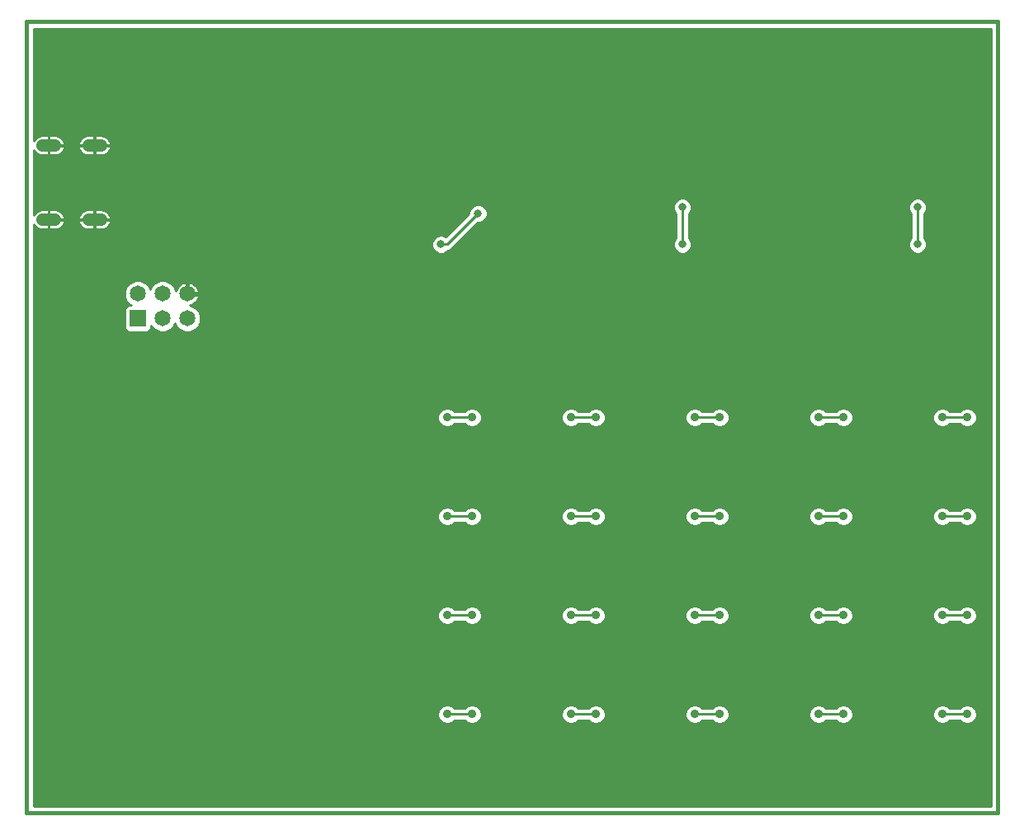
<source format=gbl>
G75*
%MOIN*%
%OFA0B0*%
%FSLAX25Y25*%
%IPPOS*%
%LPD*%
%AMOC8*
5,1,8,0,0,1.08239X$1,22.5*
%
%ADD10C,0.01600*%
%ADD11R,0.06500X0.06500*%
%ADD12C,0.06500*%
%ADD13C,0.05000*%
%ADD14C,0.01000*%
%ADD15C,0.03562*%
%ADD16C,0.03169*%
D10*
X0030744Y0008834D02*
X0030744Y0328834D01*
X0423244Y0328834D01*
X0423244Y0008834D01*
X0030744Y0008834D01*
X0068244Y0278834D02*
X0068244Y0279334D01*
D11*
X0075744Y0208834D03*
D12*
X0085744Y0208834D03*
X0095744Y0208834D03*
X0095744Y0218834D03*
X0085744Y0218834D03*
X0075744Y0218834D03*
D13*
X0060744Y0248834D02*
X0055744Y0248834D01*
X0042244Y0248834D02*
X0037244Y0248834D01*
X0037244Y0278834D02*
X0042244Y0278834D01*
X0055744Y0278834D02*
X0060744Y0278834D01*
D14*
X0058369Y0278709D02*
X0058369Y0278959D01*
X0064744Y0278959D01*
X0064744Y0279228D01*
X0064590Y0280001D01*
X0064289Y0280729D01*
X0063851Y0281384D01*
X0063294Y0281941D01*
X0062639Y0282379D01*
X0061911Y0282681D01*
X0061138Y0282834D01*
X0058369Y0282834D01*
X0058369Y0278959D01*
X0058119Y0278959D01*
X0058119Y0278709D01*
X0058369Y0278709D01*
X0058369Y0274834D01*
X0061138Y0274834D01*
X0061911Y0274988D01*
X0062639Y0275290D01*
X0063294Y0275727D01*
X0063851Y0276285D01*
X0064289Y0276940D01*
X0064590Y0277668D01*
X0064744Y0278440D01*
X0064744Y0278709D01*
X0058369Y0278709D01*
X0058119Y0278709D02*
X0058119Y0274834D01*
X0055350Y0274834D01*
X0054577Y0274988D01*
X0053849Y0275290D01*
X0053194Y0275727D01*
X0052637Y0276285D01*
X0052199Y0276940D01*
X0051898Y0277668D01*
X0051744Y0278440D01*
X0051744Y0278709D01*
X0058119Y0278709D01*
X0058119Y0278959D02*
X0051744Y0278959D01*
X0051744Y0279228D01*
X0051898Y0280001D01*
X0052199Y0280729D01*
X0052637Y0281384D01*
X0053194Y0281941D01*
X0053849Y0282379D01*
X0054577Y0282681D01*
X0055350Y0282834D01*
X0058119Y0282834D01*
X0058119Y0278959D01*
X0058119Y0279431D02*
X0058369Y0279431D01*
X0058369Y0280429D02*
X0058119Y0280429D01*
X0058119Y0281428D02*
X0058369Y0281428D01*
X0058369Y0282426D02*
X0058119Y0282426D01*
X0058119Y0278432D02*
X0058369Y0278432D01*
X0058369Y0277434D02*
X0058119Y0277434D01*
X0058119Y0276435D02*
X0058369Y0276435D01*
X0058369Y0275437D02*
X0058119Y0275437D01*
X0053629Y0275437D02*
X0044359Y0275437D01*
X0044139Y0275290D02*
X0044794Y0275727D01*
X0045351Y0276285D01*
X0045789Y0276940D01*
X0046090Y0277668D01*
X0046244Y0278440D01*
X0046244Y0278709D01*
X0039869Y0278709D01*
X0039869Y0274834D01*
X0042638Y0274834D01*
X0043411Y0274988D01*
X0044139Y0275290D01*
X0045452Y0276435D02*
X0052536Y0276435D01*
X0051994Y0277434D02*
X0045993Y0277434D01*
X0046242Y0278432D02*
X0051746Y0278432D01*
X0051784Y0279431D02*
X0046204Y0279431D01*
X0046244Y0279228D02*
X0046090Y0280001D01*
X0045789Y0280729D01*
X0045351Y0281384D01*
X0044794Y0281941D01*
X0044139Y0282379D01*
X0043411Y0282681D01*
X0042638Y0282834D01*
X0039869Y0282834D01*
X0039869Y0278959D01*
X0046244Y0278959D01*
X0046244Y0279228D01*
X0045913Y0280429D02*
X0052075Y0280429D01*
X0052681Y0281428D02*
X0045307Y0281428D01*
X0044024Y0282426D02*
X0053964Y0282426D01*
X0062524Y0282426D02*
X0420344Y0282426D01*
X0420344Y0281428D02*
X0063807Y0281428D01*
X0064413Y0280429D02*
X0420344Y0280429D01*
X0420344Y0279431D02*
X0064704Y0279431D01*
X0064742Y0278432D02*
X0420344Y0278432D01*
X0420344Y0277434D02*
X0064493Y0277434D01*
X0063952Y0276435D02*
X0420344Y0276435D01*
X0420344Y0275437D02*
X0062859Y0275437D01*
X0039869Y0275437D02*
X0039619Y0275437D01*
X0039619Y0274834D02*
X0039619Y0278709D01*
X0039869Y0278709D01*
X0039869Y0278959D01*
X0039619Y0278959D01*
X0039619Y0282834D01*
X0036850Y0282834D01*
X0036077Y0282681D01*
X0035349Y0282379D01*
X0034694Y0281941D01*
X0034137Y0281384D01*
X0033699Y0280729D01*
X0033644Y0280596D01*
X0033644Y0325934D01*
X0420344Y0325934D01*
X0420344Y0011734D01*
X0033644Y0011734D01*
X0033644Y0247073D01*
X0033699Y0246940D01*
X0034137Y0246285D01*
X0034694Y0245727D01*
X0035349Y0245290D01*
X0036077Y0244988D01*
X0036850Y0244834D01*
X0039619Y0244834D01*
X0039619Y0248709D01*
X0039869Y0248709D01*
X0039869Y0244834D01*
X0042638Y0244834D01*
X0043411Y0244988D01*
X0044139Y0245290D01*
X0044794Y0245727D01*
X0045351Y0246285D01*
X0045789Y0246940D01*
X0046090Y0247668D01*
X0046244Y0248440D01*
X0046244Y0248709D01*
X0039869Y0248709D01*
X0039869Y0248959D01*
X0046244Y0248959D01*
X0046244Y0249228D01*
X0046090Y0250001D01*
X0045789Y0250729D01*
X0045351Y0251384D01*
X0044794Y0251941D01*
X0044139Y0252379D01*
X0043411Y0252681D01*
X0042638Y0252834D01*
X0039869Y0252834D01*
X0039869Y0248959D01*
X0039619Y0248959D01*
X0039619Y0252834D01*
X0036850Y0252834D01*
X0036077Y0252681D01*
X0035349Y0252379D01*
X0034694Y0251941D01*
X0034137Y0251384D01*
X0033699Y0250729D01*
X0033644Y0250596D01*
X0033644Y0277073D01*
X0033699Y0276940D01*
X0034137Y0276285D01*
X0034694Y0275727D01*
X0035349Y0275290D01*
X0036077Y0274988D01*
X0036850Y0274834D01*
X0039619Y0274834D01*
X0039619Y0276435D02*
X0039869Y0276435D01*
X0039869Y0277434D02*
X0039619Y0277434D01*
X0039619Y0278432D02*
X0039869Y0278432D01*
X0039869Y0279431D02*
X0039619Y0279431D01*
X0039619Y0280429D02*
X0039869Y0280429D01*
X0039869Y0281428D02*
X0039619Y0281428D01*
X0039619Y0282426D02*
X0039869Y0282426D01*
X0035464Y0282426D02*
X0033644Y0282426D01*
X0033644Y0281428D02*
X0034181Y0281428D01*
X0033644Y0283425D02*
X0420344Y0283425D01*
X0420344Y0284423D02*
X0033644Y0284423D01*
X0033644Y0285422D02*
X0420344Y0285422D01*
X0420344Y0286421D02*
X0033644Y0286421D01*
X0033644Y0287419D02*
X0420344Y0287419D01*
X0420344Y0288418D02*
X0033644Y0288418D01*
X0033644Y0289416D02*
X0420344Y0289416D01*
X0420344Y0290415D02*
X0033644Y0290415D01*
X0033644Y0291413D02*
X0420344Y0291413D01*
X0420344Y0292412D02*
X0033644Y0292412D01*
X0033644Y0293410D02*
X0420344Y0293410D01*
X0420344Y0294409D02*
X0033644Y0294409D01*
X0033644Y0295407D02*
X0420344Y0295407D01*
X0420344Y0296406D02*
X0033644Y0296406D01*
X0033644Y0297404D02*
X0420344Y0297404D01*
X0420344Y0298403D02*
X0033644Y0298403D01*
X0033644Y0299401D02*
X0420344Y0299401D01*
X0420344Y0300400D02*
X0033644Y0300400D01*
X0033644Y0301398D02*
X0420344Y0301398D01*
X0420344Y0302397D02*
X0033644Y0302397D01*
X0033644Y0303395D02*
X0420344Y0303395D01*
X0420344Y0304394D02*
X0033644Y0304394D01*
X0033644Y0305392D02*
X0420344Y0305392D01*
X0420344Y0306391D02*
X0033644Y0306391D01*
X0033644Y0307389D02*
X0420344Y0307389D01*
X0420344Y0308388D02*
X0033644Y0308388D01*
X0033644Y0309386D02*
X0420344Y0309386D01*
X0420344Y0310385D02*
X0033644Y0310385D01*
X0033644Y0311383D02*
X0420344Y0311383D01*
X0420344Y0312382D02*
X0033644Y0312382D01*
X0033644Y0313380D02*
X0420344Y0313380D01*
X0420344Y0314379D02*
X0033644Y0314379D01*
X0033644Y0315377D02*
X0420344Y0315377D01*
X0420344Y0316376D02*
X0033644Y0316376D01*
X0033644Y0317374D02*
X0420344Y0317374D01*
X0420344Y0318373D02*
X0033644Y0318373D01*
X0033644Y0319371D02*
X0420344Y0319371D01*
X0420344Y0320370D02*
X0033644Y0320370D01*
X0033644Y0321368D02*
X0420344Y0321368D01*
X0420344Y0322367D02*
X0033644Y0322367D01*
X0033644Y0323365D02*
X0420344Y0323365D01*
X0420344Y0324364D02*
X0033644Y0324364D01*
X0033644Y0325362D02*
X0420344Y0325362D01*
X0420344Y0274438D02*
X0033644Y0274438D01*
X0033644Y0273440D02*
X0420344Y0273440D01*
X0420344Y0272441D02*
X0033644Y0272441D01*
X0033644Y0271443D02*
X0420344Y0271443D01*
X0420344Y0270444D02*
X0033644Y0270444D01*
X0033644Y0269446D02*
X0420344Y0269446D01*
X0420344Y0268447D02*
X0033644Y0268447D01*
X0033644Y0267449D02*
X0420344Y0267449D01*
X0420344Y0266450D02*
X0033644Y0266450D01*
X0033644Y0265452D02*
X0420344Y0265452D01*
X0420344Y0264453D02*
X0033644Y0264453D01*
X0033644Y0263455D02*
X0420344Y0263455D01*
X0420344Y0262456D02*
X0033644Y0262456D01*
X0033644Y0261458D02*
X0420344Y0261458D01*
X0420344Y0260459D02*
X0033644Y0260459D01*
X0033644Y0259461D02*
X0420344Y0259461D01*
X0420344Y0258462D02*
X0033644Y0258462D01*
X0033644Y0257464D02*
X0294878Y0257464D01*
X0295011Y0257519D02*
X0293657Y0256958D01*
X0292621Y0255921D01*
X0292060Y0254567D01*
X0292060Y0253102D01*
X0292621Y0251747D01*
X0293144Y0251224D01*
X0293144Y0241445D01*
X0292621Y0240921D01*
X0292060Y0239567D01*
X0292060Y0238102D01*
X0292621Y0236747D01*
X0293657Y0235711D01*
X0295011Y0235150D01*
X0296477Y0235150D01*
X0297831Y0235711D01*
X0298867Y0236747D01*
X0299428Y0238102D01*
X0299428Y0239567D01*
X0298867Y0240921D01*
X0298344Y0241445D01*
X0298344Y0251224D01*
X0298867Y0251747D01*
X0299428Y0253102D01*
X0299428Y0254567D01*
X0298867Y0255921D01*
X0297831Y0256958D01*
X0296477Y0257519D01*
X0295011Y0257519D01*
X0296609Y0257464D02*
X0389878Y0257464D01*
X0390011Y0257519D02*
X0388657Y0256958D01*
X0387621Y0255921D01*
X0387060Y0254567D01*
X0387060Y0253102D01*
X0387621Y0251747D01*
X0388144Y0251224D01*
X0388144Y0241445D01*
X0387621Y0240921D01*
X0387060Y0239567D01*
X0387060Y0238102D01*
X0387621Y0236747D01*
X0388657Y0235711D01*
X0390011Y0235150D01*
X0391477Y0235150D01*
X0392831Y0235711D01*
X0393867Y0236747D01*
X0394428Y0238102D01*
X0394428Y0239567D01*
X0393867Y0240921D01*
X0393344Y0241445D01*
X0393344Y0251224D01*
X0393867Y0251747D01*
X0394428Y0253102D01*
X0394428Y0254567D01*
X0393867Y0255921D01*
X0392831Y0256958D01*
X0391477Y0257519D01*
X0390011Y0257519D01*
X0391609Y0257464D02*
X0420344Y0257464D01*
X0420344Y0256465D02*
X0393323Y0256465D01*
X0394056Y0255467D02*
X0420344Y0255467D01*
X0420344Y0254468D02*
X0394428Y0254468D01*
X0394428Y0253470D02*
X0420344Y0253470D01*
X0420344Y0252471D02*
X0394167Y0252471D01*
X0393593Y0251473D02*
X0420344Y0251473D01*
X0420344Y0250474D02*
X0393344Y0250474D01*
X0393344Y0249476D02*
X0420344Y0249476D01*
X0420344Y0248477D02*
X0393344Y0248477D01*
X0393344Y0247479D02*
X0420344Y0247479D01*
X0420344Y0246480D02*
X0393344Y0246480D01*
X0393344Y0245482D02*
X0420344Y0245482D01*
X0420344Y0244483D02*
X0393344Y0244483D01*
X0393344Y0243485D02*
X0420344Y0243485D01*
X0420344Y0242486D02*
X0393344Y0242486D01*
X0393344Y0241487D02*
X0420344Y0241487D01*
X0420344Y0240489D02*
X0394046Y0240489D01*
X0394428Y0239490D02*
X0420344Y0239490D01*
X0420344Y0238492D02*
X0394428Y0238492D01*
X0394176Y0237493D02*
X0420344Y0237493D01*
X0420344Y0236495D02*
X0393615Y0236495D01*
X0392313Y0235496D02*
X0420344Y0235496D01*
X0420344Y0234498D02*
X0033644Y0234498D01*
X0033644Y0235496D02*
X0196675Y0235496D01*
X0196157Y0235711D02*
X0197511Y0235150D01*
X0198977Y0235150D01*
X0200331Y0235711D01*
X0200854Y0236234D01*
X0201261Y0236234D01*
X0202217Y0236630D01*
X0213237Y0247650D01*
X0213977Y0247650D01*
X0215331Y0248211D01*
X0216367Y0249247D01*
X0216928Y0250602D01*
X0216928Y0252067D01*
X0216367Y0253421D01*
X0215331Y0254458D01*
X0213977Y0255019D01*
X0212511Y0255019D01*
X0211157Y0254458D01*
X0210121Y0253421D01*
X0209560Y0252067D01*
X0209560Y0251327D01*
X0200232Y0241999D01*
X0198977Y0242519D01*
X0197511Y0242519D01*
X0196157Y0241958D01*
X0195121Y0240921D01*
X0194560Y0239567D01*
X0194560Y0238102D01*
X0195121Y0236747D01*
X0196157Y0235711D01*
X0195373Y0236495D02*
X0033644Y0236495D01*
X0033644Y0237493D02*
X0194812Y0237493D01*
X0194560Y0238492D02*
X0033644Y0238492D01*
X0033644Y0239490D02*
X0194560Y0239490D01*
X0194941Y0240489D02*
X0033644Y0240489D01*
X0033644Y0241487D02*
X0195687Y0241487D01*
X0197432Y0242486D02*
X0033644Y0242486D01*
X0033644Y0243485D02*
X0201717Y0243485D01*
X0202716Y0244483D02*
X0033644Y0244483D01*
X0033644Y0245482D02*
X0035062Y0245482D01*
X0034006Y0246480D02*
X0033644Y0246480D01*
X0039619Y0246480D02*
X0039869Y0246480D01*
X0039869Y0245482D02*
X0039619Y0245482D01*
X0039619Y0247479D02*
X0039869Y0247479D01*
X0039869Y0248477D02*
X0039619Y0248477D01*
X0039619Y0249476D02*
X0039869Y0249476D01*
X0039869Y0250474D02*
X0039619Y0250474D01*
X0039619Y0251473D02*
X0039869Y0251473D01*
X0039869Y0252471D02*
X0039619Y0252471D01*
X0035571Y0252471D02*
X0033644Y0252471D01*
X0033644Y0251473D02*
X0034225Y0251473D01*
X0033644Y0253470D02*
X0210169Y0253470D01*
X0209727Y0252471D02*
X0062416Y0252471D01*
X0062639Y0252379D02*
X0061911Y0252681D01*
X0061138Y0252834D01*
X0058369Y0252834D01*
X0058369Y0248959D01*
X0064744Y0248959D01*
X0064744Y0249228D01*
X0064590Y0250001D01*
X0064289Y0250729D01*
X0063851Y0251384D01*
X0063294Y0251941D01*
X0062639Y0252379D01*
X0063763Y0251473D02*
X0209560Y0251473D01*
X0208707Y0250474D02*
X0064394Y0250474D01*
X0064695Y0249476D02*
X0207708Y0249476D01*
X0206710Y0248477D02*
X0064744Y0248477D01*
X0064744Y0248440D02*
X0064744Y0248709D01*
X0058369Y0248709D01*
X0058369Y0244834D01*
X0061138Y0244834D01*
X0061911Y0244988D01*
X0062639Y0245290D01*
X0063294Y0245727D01*
X0063851Y0246285D01*
X0064289Y0246940D01*
X0064590Y0247668D01*
X0064744Y0248440D01*
X0064512Y0247479D02*
X0205711Y0247479D01*
X0204713Y0246480D02*
X0063982Y0246480D01*
X0062926Y0245482D02*
X0203714Y0245482D01*
X0200719Y0242486D02*
X0199055Y0242486D01*
X0198244Y0238834D02*
X0200744Y0238834D01*
X0213244Y0251334D01*
X0216928Y0251473D02*
X0292895Y0251473D01*
X0293144Y0250474D02*
X0216875Y0250474D01*
X0216462Y0249476D02*
X0293144Y0249476D01*
X0293144Y0248477D02*
X0215597Y0248477D01*
X0213065Y0247479D02*
X0293144Y0247479D01*
X0293144Y0246480D02*
X0212067Y0246480D01*
X0211068Y0245482D02*
X0293144Y0245482D01*
X0293144Y0244483D02*
X0210070Y0244483D01*
X0209071Y0243485D02*
X0293144Y0243485D01*
X0293144Y0242486D02*
X0208073Y0242486D01*
X0207074Y0241487D02*
X0293144Y0241487D01*
X0292441Y0240489D02*
X0206076Y0240489D01*
X0205077Y0239490D02*
X0292060Y0239490D01*
X0292060Y0238492D02*
X0204078Y0238492D01*
X0203080Y0237493D02*
X0292312Y0237493D01*
X0292873Y0236495D02*
X0201890Y0236495D01*
X0199813Y0235496D02*
X0294175Y0235496D01*
X0297313Y0235496D02*
X0389175Y0235496D01*
X0387873Y0236495D02*
X0298615Y0236495D01*
X0299176Y0237493D02*
X0387312Y0237493D01*
X0387060Y0238492D02*
X0299428Y0238492D01*
X0299428Y0239490D02*
X0387060Y0239490D01*
X0387441Y0240489D02*
X0299046Y0240489D01*
X0298344Y0241487D02*
X0388144Y0241487D01*
X0388144Y0242486D02*
X0298344Y0242486D01*
X0298344Y0243485D02*
X0388144Y0243485D01*
X0388144Y0244483D02*
X0298344Y0244483D01*
X0298344Y0245482D02*
X0388144Y0245482D01*
X0388144Y0246480D02*
X0298344Y0246480D01*
X0298344Y0247479D02*
X0388144Y0247479D01*
X0388144Y0248477D02*
X0298344Y0248477D01*
X0298344Y0249476D02*
X0388144Y0249476D01*
X0388144Y0250474D02*
X0298344Y0250474D01*
X0298593Y0251473D02*
X0387895Y0251473D01*
X0387321Y0252471D02*
X0299167Y0252471D01*
X0299428Y0253470D02*
X0387060Y0253470D01*
X0387060Y0254468D02*
X0299428Y0254468D01*
X0299056Y0255467D02*
X0387432Y0255467D01*
X0388164Y0256465D02*
X0298323Y0256465D01*
X0295744Y0253834D02*
X0295744Y0238834D01*
X0292321Y0252471D02*
X0216761Y0252471D01*
X0216319Y0253470D02*
X0292060Y0253470D01*
X0292060Y0254468D02*
X0215306Y0254468D01*
X0211182Y0254468D02*
X0033644Y0254468D01*
X0033644Y0255467D02*
X0292432Y0255467D01*
X0293164Y0256465D02*
X0033644Y0256465D01*
X0043916Y0252471D02*
X0054071Y0252471D01*
X0053849Y0252379D02*
X0053194Y0251941D01*
X0052637Y0251384D01*
X0052199Y0250729D01*
X0051898Y0250001D01*
X0051744Y0249228D01*
X0051744Y0248959D01*
X0058119Y0248959D01*
X0058119Y0248709D01*
X0058369Y0248709D01*
X0058369Y0248959D01*
X0058119Y0248959D01*
X0058119Y0252834D01*
X0055350Y0252834D01*
X0054577Y0252681D01*
X0053849Y0252379D01*
X0052725Y0251473D02*
X0045263Y0251473D01*
X0045894Y0250474D02*
X0052094Y0250474D01*
X0051793Y0249476D02*
X0046195Y0249476D01*
X0046244Y0248477D02*
X0051744Y0248477D01*
X0051744Y0248440D02*
X0051898Y0247668D01*
X0052199Y0246940D01*
X0052637Y0246285D01*
X0053194Y0245727D01*
X0053849Y0245290D01*
X0054577Y0244988D01*
X0055350Y0244834D01*
X0058119Y0244834D01*
X0058119Y0248709D01*
X0051744Y0248709D01*
X0051744Y0248440D01*
X0051976Y0247479D02*
X0046012Y0247479D01*
X0045482Y0246480D02*
X0052506Y0246480D01*
X0053562Y0245482D02*
X0044426Y0245482D01*
X0058119Y0245482D02*
X0058369Y0245482D01*
X0058369Y0246480D02*
X0058119Y0246480D01*
X0058119Y0247479D02*
X0058369Y0247479D01*
X0058369Y0248477D02*
X0058119Y0248477D01*
X0058119Y0249476D02*
X0058369Y0249476D01*
X0058369Y0250474D02*
X0058119Y0250474D01*
X0058119Y0251473D02*
X0058369Y0251473D01*
X0058369Y0252471D02*
X0058119Y0252471D01*
X0033644Y0233499D02*
X0420344Y0233499D01*
X0420344Y0232501D02*
X0033644Y0232501D01*
X0033644Y0231502D02*
X0420344Y0231502D01*
X0420344Y0230504D02*
X0033644Y0230504D01*
X0033644Y0229505D02*
X0420344Y0229505D01*
X0420344Y0228507D02*
X0033644Y0228507D01*
X0033644Y0227508D02*
X0420344Y0227508D01*
X0420344Y0226510D02*
X0033644Y0226510D01*
X0033644Y0225511D02*
X0420344Y0225511D01*
X0420344Y0224513D02*
X0033644Y0224513D01*
X0033644Y0223514D02*
X0073062Y0223514D01*
X0072713Y0223370D02*
X0071208Y0221865D01*
X0070394Y0219899D01*
X0070394Y0217770D01*
X0071208Y0215804D01*
X0072713Y0214299D01*
X0072990Y0214184D01*
X0071624Y0214184D01*
X0070394Y0212954D01*
X0070394Y0204715D01*
X0071624Y0203484D01*
X0079864Y0203484D01*
X0081094Y0204715D01*
X0081094Y0206080D01*
X0081208Y0205804D01*
X0082713Y0204299D01*
X0084680Y0203484D01*
X0086808Y0203484D01*
X0088774Y0204299D01*
X0090279Y0205804D01*
X0090744Y0206925D01*
X0091208Y0205804D01*
X0092713Y0204299D01*
X0094680Y0203484D01*
X0096808Y0203484D01*
X0098774Y0204299D01*
X0100279Y0205804D01*
X0101094Y0207770D01*
X0101094Y0209899D01*
X0100279Y0211865D01*
X0098774Y0213370D01*
X0096808Y0214184D01*
X0096749Y0214184D01*
X0096856Y0214201D01*
X0097567Y0214432D01*
X0098233Y0214772D01*
X0098838Y0215211D01*
X0099367Y0215740D01*
X0099806Y0216345D01*
X0100146Y0217011D01*
X0100377Y0217722D01*
X0100494Y0218459D01*
X0096119Y0218459D01*
X0096119Y0219209D01*
X0100494Y0219209D01*
X0100377Y0219947D01*
X0100146Y0220658D01*
X0099806Y0221324D01*
X0099367Y0221929D01*
X0098838Y0222457D01*
X0098233Y0222897D01*
X0097567Y0223236D01*
X0096856Y0223467D01*
X0096119Y0223584D01*
X0096119Y0219209D01*
X0095369Y0219209D01*
X0095369Y0223584D01*
X0094632Y0223467D01*
X0093921Y0223236D01*
X0093254Y0222897D01*
X0092650Y0222457D01*
X0092121Y0221929D01*
X0091681Y0221324D01*
X0091342Y0220658D01*
X0091111Y0219947D01*
X0091094Y0219839D01*
X0091094Y0219899D01*
X0090279Y0221865D01*
X0088774Y0223370D01*
X0086808Y0224184D01*
X0084680Y0224184D01*
X0082713Y0223370D01*
X0081208Y0221865D01*
X0080744Y0220743D01*
X0080279Y0221865D01*
X0078774Y0223370D01*
X0076808Y0224184D01*
X0074680Y0224184D01*
X0072713Y0223370D01*
X0071859Y0222516D02*
X0033644Y0222516D01*
X0033644Y0221517D02*
X0071064Y0221517D01*
X0070651Y0220519D02*
X0033644Y0220519D01*
X0033644Y0219520D02*
X0070394Y0219520D01*
X0070394Y0218522D02*
X0033644Y0218522D01*
X0033644Y0217523D02*
X0070496Y0217523D01*
X0070910Y0216525D02*
X0033644Y0216525D01*
X0033644Y0215526D02*
X0071486Y0215526D01*
X0072485Y0214528D02*
X0033644Y0214528D01*
X0033644Y0213529D02*
X0070969Y0213529D01*
X0070394Y0212531D02*
X0033644Y0212531D01*
X0033644Y0211532D02*
X0070394Y0211532D01*
X0070394Y0210534D02*
X0033644Y0210534D01*
X0033644Y0209535D02*
X0070394Y0209535D01*
X0070394Y0208537D02*
X0033644Y0208537D01*
X0033644Y0207538D02*
X0070394Y0207538D01*
X0070394Y0206540D02*
X0033644Y0206540D01*
X0033644Y0205541D02*
X0070394Y0205541D01*
X0070566Y0204543D02*
X0033644Y0204543D01*
X0033644Y0203544D02*
X0071564Y0203544D01*
X0079923Y0203544D02*
X0084536Y0203544D01*
X0082470Y0204543D02*
X0080922Y0204543D01*
X0081094Y0205541D02*
X0081471Y0205541D01*
X0086952Y0203544D02*
X0094536Y0203544D01*
X0092470Y0204543D02*
X0089018Y0204543D01*
X0090017Y0205541D02*
X0091471Y0205541D01*
X0090904Y0206540D02*
X0090584Y0206540D01*
X0096952Y0203544D02*
X0420344Y0203544D01*
X0420344Y0202546D02*
X0033644Y0202546D01*
X0033644Y0201547D02*
X0420344Y0201547D01*
X0420344Y0200549D02*
X0033644Y0200549D01*
X0033644Y0199550D02*
X0420344Y0199550D01*
X0420344Y0198552D02*
X0033644Y0198552D01*
X0033644Y0197553D02*
X0420344Y0197553D01*
X0420344Y0196554D02*
X0033644Y0196554D01*
X0033644Y0195556D02*
X0420344Y0195556D01*
X0420344Y0194557D02*
X0033644Y0194557D01*
X0033644Y0193559D02*
X0420344Y0193559D01*
X0420344Y0192560D02*
X0033644Y0192560D01*
X0033644Y0191562D02*
X0420344Y0191562D01*
X0420344Y0190563D02*
X0033644Y0190563D01*
X0033644Y0189565D02*
X0420344Y0189565D01*
X0420344Y0188566D02*
X0033644Y0188566D01*
X0033644Y0187568D02*
X0420344Y0187568D01*
X0420344Y0186569D02*
X0033644Y0186569D01*
X0033644Y0185571D02*
X0420344Y0185571D01*
X0420344Y0184572D02*
X0033644Y0184572D01*
X0033644Y0183574D02*
X0420344Y0183574D01*
X0420344Y0182575D02*
X0033644Y0182575D01*
X0033644Y0181577D02*
X0420344Y0181577D01*
X0420344Y0180578D02*
X0033644Y0180578D01*
X0033644Y0179580D02*
X0420344Y0179580D01*
X0420344Y0178581D02*
X0033644Y0178581D01*
X0033644Y0177583D02*
X0420344Y0177583D01*
X0420344Y0176584D02*
X0033644Y0176584D01*
X0033644Y0175586D02*
X0420344Y0175586D01*
X0420344Y0174587D02*
X0033644Y0174587D01*
X0033644Y0173589D02*
X0420344Y0173589D01*
X0420344Y0172590D02*
X0411818Y0172590D01*
X0411516Y0172715D02*
X0409972Y0172715D01*
X0408545Y0172125D01*
X0407855Y0171434D01*
X0403633Y0171434D01*
X0402942Y0172125D01*
X0401516Y0172715D01*
X0399972Y0172715D01*
X0398545Y0172125D01*
X0397454Y0171033D01*
X0396863Y0169606D01*
X0396863Y0168062D01*
X0397454Y0166636D01*
X0398545Y0165544D01*
X0399972Y0164953D01*
X0401516Y0164953D01*
X0402942Y0165544D01*
X0403633Y0166234D01*
X0407855Y0166234D01*
X0408545Y0165544D01*
X0409972Y0164953D01*
X0411516Y0164953D01*
X0412942Y0165544D01*
X0414034Y0166636D01*
X0414625Y0168062D01*
X0414625Y0169606D01*
X0414034Y0171033D01*
X0412942Y0172125D01*
X0411516Y0172715D01*
X0409670Y0172590D02*
X0401818Y0172590D01*
X0403475Y0171592D02*
X0408013Y0171592D01*
X0410744Y0168834D02*
X0400744Y0168834D01*
X0398013Y0171592D02*
X0363475Y0171592D01*
X0362942Y0172125D02*
X0364034Y0171033D01*
X0364625Y0169606D01*
X0364625Y0168062D01*
X0364034Y0166636D01*
X0362942Y0165544D01*
X0361516Y0164953D01*
X0359972Y0164953D01*
X0358545Y0165544D01*
X0357855Y0166234D01*
X0353633Y0166234D01*
X0352942Y0165544D01*
X0351516Y0164953D01*
X0349972Y0164953D01*
X0348545Y0165544D01*
X0347454Y0166636D01*
X0346863Y0168062D01*
X0346863Y0169606D01*
X0347454Y0171033D01*
X0348545Y0172125D01*
X0349972Y0172715D01*
X0351516Y0172715D01*
X0352942Y0172125D01*
X0353633Y0171434D01*
X0357855Y0171434D01*
X0358545Y0172125D01*
X0359972Y0172715D01*
X0361516Y0172715D01*
X0362942Y0172125D01*
X0361818Y0172590D02*
X0399670Y0172590D01*
X0397272Y0170593D02*
X0364216Y0170593D01*
X0364625Y0169595D02*
X0396863Y0169595D01*
X0396863Y0168596D02*
X0364625Y0168596D01*
X0364433Y0167598D02*
X0397055Y0167598D01*
X0397490Y0166599D02*
X0363997Y0166599D01*
X0362999Y0165601D02*
X0398489Y0165601D01*
X0402999Y0165601D02*
X0408489Y0165601D01*
X0412999Y0165601D02*
X0420344Y0165601D01*
X0420344Y0166599D02*
X0413997Y0166599D01*
X0414433Y0167598D02*
X0420344Y0167598D01*
X0420344Y0168596D02*
X0414625Y0168596D01*
X0414625Y0169595D02*
X0420344Y0169595D01*
X0420344Y0170593D02*
X0414216Y0170593D01*
X0413475Y0171592D02*
X0420344Y0171592D01*
X0420344Y0164602D02*
X0033644Y0164602D01*
X0033644Y0163604D02*
X0420344Y0163604D01*
X0420344Y0162605D02*
X0033644Y0162605D01*
X0033644Y0161607D02*
X0420344Y0161607D01*
X0420344Y0160608D02*
X0033644Y0160608D01*
X0033644Y0159610D02*
X0420344Y0159610D01*
X0420344Y0158611D02*
X0033644Y0158611D01*
X0033644Y0157613D02*
X0420344Y0157613D01*
X0420344Y0156614D02*
X0033644Y0156614D01*
X0033644Y0155616D02*
X0420344Y0155616D01*
X0420344Y0154617D02*
X0033644Y0154617D01*
X0033644Y0153619D02*
X0420344Y0153619D01*
X0420344Y0152620D02*
X0033644Y0152620D01*
X0033644Y0151621D02*
X0420344Y0151621D01*
X0420344Y0150623D02*
X0033644Y0150623D01*
X0033644Y0149624D02*
X0420344Y0149624D01*
X0420344Y0148626D02*
X0033644Y0148626D01*
X0033644Y0147627D02*
X0420344Y0147627D01*
X0420344Y0146629D02*
X0033644Y0146629D01*
X0033644Y0145630D02*
X0420344Y0145630D01*
X0420344Y0144632D02*
X0033644Y0144632D01*
X0033644Y0143633D02*
X0420344Y0143633D01*
X0420344Y0142635D02*
X0033644Y0142635D01*
X0033644Y0141636D02*
X0420344Y0141636D01*
X0420344Y0140638D02*
X0033644Y0140638D01*
X0033644Y0139639D02*
X0420344Y0139639D01*
X0420344Y0138641D02*
X0033644Y0138641D01*
X0033644Y0137642D02*
X0420344Y0137642D01*
X0420344Y0136644D02*
X0033644Y0136644D01*
X0033644Y0135645D02*
X0420344Y0135645D01*
X0420344Y0134647D02*
X0033644Y0134647D01*
X0033644Y0133648D02*
X0420344Y0133648D01*
X0420344Y0132650D02*
X0411675Y0132650D01*
X0411516Y0132715D02*
X0409972Y0132715D01*
X0408545Y0132125D01*
X0407855Y0131434D01*
X0403633Y0131434D01*
X0402942Y0132125D01*
X0401516Y0132715D01*
X0399972Y0132715D01*
X0398545Y0132125D01*
X0397454Y0131033D01*
X0396863Y0129606D01*
X0396863Y0128062D01*
X0397454Y0126636D01*
X0398545Y0125544D01*
X0399972Y0124953D01*
X0401516Y0124953D01*
X0402942Y0125544D01*
X0403633Y0126234D01*
X0407855Y0126234D01*
X0408545Y0125544D01*
X0409972Y0124953D01*
X0411516Y0124953D01*
X0412942Y0125544D01*
X0414034Y0126636D01*
X0414625Y0128062D01*
X0414625Y0129606D01*
X0414034Y0131033D01*
X0412942Y0132125D01*
X0411516Y0132715D01*
X0409813Y0132650D02*
X0401675Y0132650D01*
X0399813Y0132650D02*
X0361675Y0132650D01*
X0361516Y0132715D02*
X0359972Y0132715D01*
X0358545Y0132125D01*
X0357855Y0131434D01*
X0353633Y0131434D01*
X0352942Y0132125D01*
X0351516Y0132715D01*
X0349972Y0132715D01*
X0348545Y0132125D01*
X0347454Y0131033D01*
X0346863Y0129606D01*
X0346863Y0128062D01*
X0347454Y0126636D01*
X0348545Y0125544D01*
X0349972Y0124953D01*
X0351516Y0124953D01*
X0352942Y0125544D01*
X0353633Y0126234D01*
X0357855Y0126234D01*
X0358545Y0125544D01*
X0359972Y0124953D01*
X0361516Y0124953D01*
X0362942Y0125544D01*
X0364034Y0126636D01*
X0364625Y0128062D01*
X0364625Y0129606D01*
X0364034Y0131033D01*
X0362942Y0132125D01*
X0361516Y0132715D01*
X0359813Y0132650D02*
X0351675Y0132650D01*
X0349813Y0132650D02*
X0311675Y0132650D01*
X0311516Y0132715D02*
X0309972Y0132715D01*
X0308545Y0132125D01*
X0307855Y0131434D01*
X0303633Y0131434D01*
X0302942Y0132125D01*
X0301516Y0132715D01*
X0299972Y0132715D01*
X0298545Y0132125D01*
X0297454Y0131033D01*
X0296863Y0129606D01*
X0296863Y0128062D01*
X0297454Y0126636D01*
X0298545Y0125544D01*
X0299972Y0124953D01*
X0301516Y0124953D01*
X0302942Y0125544D01*
X0303633Y0126234D01*
X0307855Y0126234D01*
X0308545Y0125544D01*
X0309972Y0124953D01*
X0311516Y0124953D01*
X0312942Y0125544D01*
X0314034Y0126636D01*
X0314625Y0128062D01*
X0314625Y0129606D01*
X0314034Y0131033D01*
X0312942Y0132125D01*
X0311516Y0132715D01*
X0309813Y0132650D02*
X0301675Y0132650D01*
X0299813Y0132650D02*
X0261675Y0132650D01*
X0261516Y0132715D02*
X0259972Y0132715D01*
X0258545Y0132125D01*
X0257855Y0131434D01*
X0253633Y0131434D01*
X0252942Y0132125D01*
X0251516Y0132715D01*
X0249972Y0132715D01*
X0248545Y0132125D01*
X0247454Y0131033D01*
X0246863Y0129606D01*
X0246863Y0128062D01*
X0247454Y0126636D01*
X0248545Y0125544D01*
X0249972Y0124953D01*
X0251516Y0124953D01*
X0252942Y0125544D01*
X0253633Y0126234D01*
X0257855Y0126234D01*
X0258545Y0125544D01*
X0259972Y0124953D01*
X0261516Y0124953D01*
X0262942Y0125544D01*
X0264034Y0126636D01*
X0264625Y0128062D01*
X0264625Y0129606D01*
X0264034Y0131033D01*
X0262942Y0132125D01*
X0261516Y0132715D01*
X0259813Y0132650D02*
X0251675Y0132650D01*
X0249813Y0132650D02*
X0211675Y0132650D01*
X0211516Y0132715D02*
X0209972Y0132715D01*
X0208545Y0132125D01*
X0207855Y0131434D01*
X0203633Y0131434D01*
X0202942Y0132125D01*
X0201516Y0132715D01*
X0199972Y0132715D01*
X0198545Y0132125D01*
X0197454Y0131033D01*
X0196863Y0129606D01*
X0196863Y0128062D01*
X0197454Y0126636D01*
X0198545Y0125544D01*
X0199972Y0124953D01*
X0201516Y0124953D01*
X0202942Y0125544D01*
X0203633Y0126234D01*
X0207855Y0126234D01*
X0208545Y0125544D01*
X0209972Y0124953D01*
X0211516Y0124953D01*
X0212942Y0125544D01*
X0214034Y0126636D01*
X0214625Y0128062D01*
X0214625Y0129606D01*
X0214034Y0131033D01*
X0212942Y0132125D01*
X0211516Y0132715D01*
X0209813Y0132650D02*
X0201675Y0132650D01*
X0199813Y0132650D02*
X0033644Y0132650D01*
X0033644Y0131651D02*
X0198072Y0131651D01*
X0197296Y0130653D02*
X0033644Y0130653D01*
X0033644Y0129654D02*
X0196883Y0129654D01*
X0196863Y0128656D02*
X0033644Y0128656D01*
X0033644Y0127657D02*
X0197031Y0127657D01*
X0197444Y0126659D02*
X0033644Y0126659D01*
X0033644Y0125660D02*
X0198429Y0125660D01*
X0200744Y0128834D02*
X0210744Y0128834D01*
X0213416Y0131651D02*
X0248072Y0131651D01*
X0247296Y0130653D02*
X0214192Y0130653D01*
X0214605Y0129654D02*
X0246883Y0129654D01*
X0246863Y0128656D02*
X0214625Y0128656D01*
X0214457Y0127657D02*
X0247031Y0127657D01*
X0247444Y0126659D02*
X0214044Y0126659D01*
X0213058Y0125660D02*
X0248429Y0125660D01*
X0250744Y0128834D02*
X0260744Y0128834D01*
X0263416Y0131651D02*
X0298072Y0131651D01*
X0297296Y0130653D02*
X0264192Y0130653D01*
X0264605Y0129654D02*
X0296883Y0129654D01*
X0296863Y0128656D02*
X0264625Y0128656D01*
X0264457Y0127657D02*
X0297031Y0127657D01*
X0297444Y0126659D02*
X0264044Y0126659D01*
X0263058Y0125660D02*
X0298429Y0125660D01*
X0300744Y0128834D02*
X0310744Y0128834D01*
X0313416Y0131651D02*
X0348072Y0131651D01*
X0347296Y0130653D02*
X0314192Y0130653D01*
X0314605Y0129654D02*
X0346883Y0129654D01*
X0346863Y0128656D02*
X0314625Y0128656D01*
X0314457Y0127657D02*
X0347031Y0127657D01*
X0347444Y0126659D02*
X0314044Y0126659D01*
X0313058Y0125660D02*
X0348429Y0125660D01*
X0350744Y0128834D02*
X0360744Y0128834D01*
X0363416Y0131651D02*
X0398072Y0131651D01*
X0397296Y0130653D02*
X0364192Y0130653D01*
X0364605Y0129654D02*
X0396883Y0129654D01*
X0396863Y0128656D02*
X0364625Y0128656D01*
X0364457Y0127657D02*
X0397031Y0127657D01*
X0397444Y0126659D02*
X0364044Y0126659D01*
X0363058Y0125660D02*
X0398429Y0125660D01*
X0400744Y0128834D02*
X0410744Y0128834D01*
X0413416Y0131651D02*
X0420344Y0131651D01*
X0420344Y0130653D02*
X0414192Y0130653D01*
X0414605Y0129654D02*
X0420344Y0129654D01*
X0420344Y0128656D02*
X0414625Y0128656D01*
X0414457Y0127657D02*
X0420344Y0127657D01*
X0420344Y0126659D02*
X0414044Y0126659D01*
X0413058Y0125660D02*
X0420344Y0125660D01*
X0420344Y0124662D02*
X0033644Y0124662D01*
X0033644Y0123663D02*
X0420344Y0123663D01*
X0420344Y0122665D02*
X0033644Y0122665D01*
X0033644Y0121666D02*
X0420344Y0121666D01*
X0420344Y0120668D02*
X0033644Y0120668D01*
X0033644Y0119669D02*
X0420344Y0119669D01*
X0420344Y0118671D02*
X0033644Y0118671D01*
X0033644Y0117672D02*
X0420344Y0117672D01*
X0420344Y0116674D02*
X0033644Y0116674D01*
X0033644Y0115675D02*
X0420344Y0115675D01*
X0420344Y0114677D02*
X0033644Y0114677D01*
X0033644Y0113678D02*
X0420344Y0113678D01*
X0420344Y0112680D02*
X0033644Y0112680D01*
X0033644Y0111681D02*
X0420344Y0111681D01*
X0420344Y0110683D02*
X0033644Y0110683D01*
X0033644Y0109684D02*
X0420344Y0109684D01*
X0420344Y0108685D02*
X0033644Y0108685D01*
X0033644Y0107687D02*
X0420344Y0107687D01*
X0420344Y0106688D02*
X0033644Y0106688D01*
X0033644Y0105690D02*
X0420344Y0105690D01*
X0420344Y0104691D02*
X0033644Y0104691D01*
X0033644Y0103693D02*
X0420344Y0103693D01*
X0420344Y0102694D02*
X0033644Y0102694D01*
X0033644Y0101696D02*
X0420344Y0101696D01*
X0420344Y0100697D02*
X0033644Y0100697D01*
X0033644Y0099699D02*
X0420344Y0099699D01*
X0420344Y0098700D02*
X0033644Y0098700D01*
X0033644Y0097702D02*
X0420344Y0097702D01*
X0420344Y0096703D02*
X0033644Y0096703D01*
X0033644Y0095705D02*
X0420344Y0095705D01*
X0420344Y0094706D02*
X0033644Y0094706D01*
X0033644Y0093708D02*
X0420344Y0093708D01*
X0420344Y0092709D02*
X0411531Y0092709D01*
X0411516Y0092715D02*
X0409972Y0092715D01*
X0408545Y0092125D01*
X0407855Y0091434D01*
X0403633Y0091434D01*
X0402942Y0092125D01*
X0401516Y0092715D01*
X0399972Y0092715D01*
X0398545Y0092125D01*
X0397454Y0091033D01*
X0396863Y0089606D01*
X0396863Y0088062D01*
X0397454Y0086636D01*
X0398545Y0085544D01*
X0399972Y0084953D01*
X0401516Y0084953D01*
X0402942Y0085544D01*
X0403633Y0086234D01*
X0407855Y0086234D01*
X0408545Y0085544D01*
X0409972Y0084953D01*
X0411516Y0084953D01*
X0412942Y0085544D01*
X0414034Y0086636D01*
X0414625Y0088062D01*
X0414625Y0089606D01*
X0414034Y0091033D01*
X0412942Y0092125D01*
X0411516Y0092715D01*
X0409957Y0092709D02*
X0401531Y0092709D01*
X0399957Y0092709D02*
X0361531Y0092709D01*
X0361516Y0092715D02*
X0359972Y0092715D01*
X0358545Y0092125D01*
X0357855Y0091434D01*
X0353633Y0091434D01*
X0352942Y0092125D01*
X0351516Y0092715D01*
X0349972Y0092715D01*
X0348545Y0092125D01*
X0347454Y0091033D01*
X0346863Y0089606D01*
X0346863Y0088062D01*
X0347454Y0086636D01*
X0348545Y0085544D01*
X0349972Y0084953D01*
X0351516Y0084953D01*
X0352942Y0085544D01*
X0353633Y0086234D01*
X0357855Y0086234D01*
X0358545Y0085544D01*
X0359972Y0084953D01*
X0361516Y0084953D01*
X0362942Y0085544D01*
X0364034Y0086636D01*
X0364625Y0088062D01*
X0364625Y0089606D01*
X0364034Y0091033D01*
X0362942Y0092125D01*
X0361516Y0092715D01*
X0359957Y0092709D02*
X0351531Y0092709D01*
X0349957Y0092709D02*
X0311531Y0092709D01*
X0311516Y0092715D02*
X0309972Y0092715D01*
X0308545Y0092125D01*
X0307855Y0091434D01*
X0303633Y0091434D01*
X0302942Y0092125D01*
X0301516Y0092715D01*
X0299972Y0092715D01*
X0298545Y0092125D01*
X0297454Y0091033D01*
X0296863Y0089606D01*
X0296863Y0088062D01*
X0297454Y0086636D01*
X0298545Y0085544D01*
X0299972Y0084953D01*
X0301516Y0084953D01*
X0302942Y0085544D01*
X0303633Y0086234D01*
X0307855Y0086234D01*
X0308545Y0085544D01*
X0309972Y0084953D01*
X0311516Y0084953D01*
X0312942Y0085544D01*
X0314034Y0086636D01*
X0314625Y0088062D01*
X0314625Y0089606D01*
X0314034Y0091033D01*
X0312942Y0092125D01*
X0311516Y0092715D01*
X0309957Y0092709D02*
X0301531Y0092709D01*
X0299957Y0092709D02*
X0261531Y0092709D01*
X0261516Y0092715D02*
X0259972Y0092715D01*
X0258545Y0092125D01*
X0257855Y0091434D01*
X0253633Y0091434D01*
X0252942Y0092125D01*
X0251516Y0092715D01*
X0249972Y0092715D01*
X0248545Y0092125D01*
X0247454Y0091033D01*
X0246863Y0089606D01*
X0246863Y0088062D01*
X0247454Y0086636D01*
X0248545Y0085544D01*
X0249972Y0084953D01*
X0251516Y0084953D01*
X0252942Y0085544D01*
X0253633Y0086234D01*
X0257855Y0086234D01*
X0258545Y0085544D01*
X0259972Y0084953D01*
X0261516Y0084953D01*
X0262942Y0085544D01*
X0264034Y0086636D01*
X0264625Y0088062D01*
X0264625Y0089606D01*
X0264034Y0091033D01*
X0262942Y0092125D01*
X0261516Y0092715D01*
X0259957Y0092709D02*
X0251531Y0092709D01*
X0249957Y0092709D02*
X0211531Y0092709D01*
X0211516Y0092715D02*
X0209972Y0092715D01*
X0208545Y0092125D01*
X0207855Y0091434D01*
X0203633Y0091434D01*
X0202942Y0092125D01*
X0201516Y0092715D01*
X0199972Y0092715D01*
X0198545Y0092125D01*
X0197454Y0091033D01*
X0196863Y0089606D01*
X0196863Y0088062D01*
X0197454Y0086636D01*
X0198545Y0085544D01*
X0199972Y0084953D01*
X0201516Y0084953D01*
X0202942Y0085544D01*
X0203633Y0086234D01*
X0207855Y0086234D01*
X0208545Y0085544D01*
X0209972Y0084953D01*
X0211516Y0084953D01*
X0212942Y0085544D01*
X0214034Y0086636D01*
X0214625Y0088062D01*
X0214625Y0089606D01*
X0214034Y0091033D01*
X0212942Y0092125D01*
X0211516Y0092715D01*
X0209957Y0092709D02*
X0201531Y0092709D01*
X0199957Y0092709D02*
X0033644Y0092709D01*
X0033644Y0091711D02*
X0198132Y0091711D01*
X0197321Y0090712D02*
X0033644Y0090712D01*
X0033644Y0089714D02*
X0196907Y0089714D01*
X0196863Y0088715D02*
X0033644Y0088715D01*
X0033644Y0087717D02*
X0197006Y0087717D01*
X0197420Y0086718D02*
X0033644Y0086718D01*
X0033644Y0085720D02*
X0198370Y0085720D01*
X0200744Y0088834D02*
X0210744Y0088834D01*
X0214625Y0088715D02*
X0246863Y0088715D01*
X0246907Y0089714D02*
X0214581Y0089714D01*
X0214167Y0090712D02*
X0247321Y0090712D01*
X0248132Y0091711D02*
X0213356Y0091711D01*
X0214482Y0087717D02*
X0247006Y0087717D01*
X0247420Y0086718D02*
X0214068Y0086718D01*
X0213118Y0085720D02*
X0248370Y0085720D01*
X0250744Y0088834D02*
X0260744Y0088834D01*
X0264625Y0088715D02*
X0296863Y0088715D01*
X0296907Y0089714D02*
X0264581Y0089714D01*
X0264167Y0090712D02*
X0297321Y0090712D01*
X0298132Y0091711D02*
X0263356Y0091711D01*
X0264482Y0087717D02*
X0297006Y0087717D01*
X0297420Y0086718D02*
X0264068Y0086718D01*
X0263118Y0085720D02*
X0298370Y0085720D01*
X0300744Y0088834D02*
X0310744Y0088834D01*
X0314625Y0088715D02*
X0346863Y0088715D01*
X0346907Y0089714D02*
X0314581Y0089714D01*
X0314167Y0090712D02*
X0347321Y0090712D01*
X0348132Y0091711D02*
X0313356Y0091711D01*
X0314482Y0087717D02*
X0347006Y0087717D01*
X0347420Y0086718D02*
X0314068Y0086718D01*
X0313118Y0085720D02*
X0348370Y0085720D01*
X0350744Y0088834D02*
X0360744Y0088834D01*
X0364625Y0088715D02*
X0396863Y0088715D01*
X0396907Y0089714D02*
X0364581Y0089714D01*
X0364167Y0090712D02*
X0397321Y0090712D01*
X0398132Y0091711D02*
X0363356Y0091711D01*
X0364482Y0087717D02*
X0397006Y0087717D01*
X0397420Y0086718D02*
X0364068Y0086718D01*
X0363118Y0085720D02*
X0398370Y0085720D01*
X0400744Y0088834D02*
X0410744Y0088834D01*
X0414625Y0088715D02*
X0420344Y0088715D01*
X0420344Y0087717D02*
X0414482Y0087717D01*
X0414068Y0086718D02*
X0420344Y0086718D01*
X0420344Y0085720D02*
X0413118Y0085720D01*
X0408370Y0085720D02*
X0403118Y0085720D01*
X0403356Y0091711D02*
X0408132Y0091711D01*
X0413356Y0091711D02*
X0420344Y0091711D01*
X0420344Y0090712D02*
X0414167Y0090712D01*
X0414581Y0089714D02*
X0420344Y0089714D01*
X0420344Y0084721D02*
X0033644Y0084721D01*
X0033644Y0083723D02*
X0420344Y0083723D01*
X0420344Y0082724D02*
X0033644Y0082724D01*
X0033644Y0081726D02*
X0420344Y0081726D01*
X0420344Y0080727D02*
X0033644Y0080727D01*
X0033644Y0079729D02*
X0420344Y0079729D01*
X0420344Y0078730D02*
X0033644Y0078730D01*
X0033644Y0077732D02*
X0420344Y0077732D01*
X0420344Y0076733D02*
X0033644Y0076733D01*
X0033644Y0075735D02*
X0420344Y0075735D01*
X0420344Y0074736D02*
X0033644Y0074736D01*
X0033644Y0073738D02*
X0420344Y0073738D01*
X0420344Y0072739D02*
X0033644Y0072739D01*
X0033644Y0071741D02*
X0420344Y0071741D01*
X0420344Y0070742D02*
X0033644Y0070742D01*
X0033644Y0069744D02*
X0420344Y0069744D01*
X0420344Y0068745D02*
X0033644Y0068745D01*
X0033644Y0067747D02*
X0420344Y0067747D01*
X0420344Y0066748D02*
X0033644Y0066748D01*
X0033644Y0065750D02*
X0420344Y0065750D01*
X0420344Y0064751D02*
X0033644Y0064751D01*
X0033644Y0063752D02*
X0420344Y0063752D01*
X0420344Y0062754D02*
X0033644Y0062754D01*
X0033644Y0061755D02*
X0420344Y0061755D01*
X0420344Y0060757D02*
X0033644Y0060757D01*
X0033644Y0059758D02*
X0420344Y0059758D01*
X0420344Y0058760D02*
X0033644Y0058760D01*
X0033644Y0057761D02*
X0420344Y0057761D01*
X0420344Y0056763D02*
X0033644Y0056763D01*
X0033644Y0055764D02*
X0420344Y0055764D01*
X0420344Y0054766D02*
X0033644Y0054766D01*
X0033644Y0053767D02*
X0420344Y0053767D01*
X0420344Y0052769D02*
X0033644Y0052769D01*
X0033644Y0051770D02*
X0198191Y0051770D01*
X0198545Y0052125D02*
X0197454Y0051033D01*
X0196863Y0049606D01*
X0196863Y0048062D01*
X0197454Y0046636D01*
X0198545Y0045544D01*
X0199972Y0044953D01*
X0201516Y0044953D01*
X0202942Y0045544D01*
X0203633Y0046234D01*
X0207855Y0046234D01*
X0208545Y0045544D01*
X0209972Y0044953D01*
X0211516Y0044953D01*
X0212942Y0045544D01*
X0214034Y0046636D01*
X0214625Y0048062D01*
X0214625Y0049606D01*
X0214034Y0051033D01*
X0212942Y0052125D01*
X0211516Y0052715D01*
X0209972Y0052715D01*
X0208545Y0052125D01*
X0207855Y0051434D01*
X0203633Y0051434D01*
X0202942Y0052125D01*
X0201516Y0052715D01*
X0199972Y0052715D01*
X0198545Y0052125D01*
X0197346Y0050772D02*
X0033644Y0050772D01*
X0033644Y0049773D02*
X0196932Y0049773D01*
X0196863Y0048775D02*
X0033644Y0048775D01*
X0033644Y0047776D02*
X0196981Y0047776D01*
X0197395Y0046778D02*
X0033644Y0046778D01*
X0033644Y0045779D02*
X0198310Y0045779D01*
X0200744Y0048834D02*
X0210744Y0048834D01*
X0214625Y0048775D02*
X0246863Y0048775D01*
X0246863Y0048062D02*
X0247454Y0046636D01*
X0248545Y0045544D01*
X0249972Y0044953D01*
X0251516Y0044953D01*
X0252942Y0045544D01*
X0253633Y0046234D01*
X0257855Y0046234D01*
X0258545Y0045544D01*
X0259972Y0044953D01*
X0261516Y0044953D01*
X0262942Y0045544D01*
X0264034Y0046636D01*
X0264625Y0048062D01*
X0264625Y0049606D01*
X0264034Y0051033D01*
X0262942Y0052125D01*
X0261516Y0052715D01*
X0259972Y0052715D01*
X0258545Y0052125D01*
X0257855Y0051434D01*
X0253633Y0051434D01*
X0252942Y0052125D01*
X0251516Y0052715D01*
X0249972Y0052715D01*
X0248545Y0052125D01*
X0247454Y0051033D01*
X0246863Y0049606D01*
X0246863Y0048062D01*
X0246981Y0047776D02*
X0214507Y0047776D01*
X0214093Y0046778D02*
X0247395Y0046778D01*
X0248310Y0045779D02*
X0213178Y0045779D01*
X0208310Y0045779D02*
X0203178Y0045779D01*
X0203297Y0051770D02*
X0208191Y0051770D01*
X0213297Y0051770D02*
X0248191Y0051770D01*
X0247346Y0050772D02*
X0214142Y0050772D01*
X0214556Y0049773D02*
X0246932Y0049773D01*
X0250744Y0048834D02*
X0260744Y0048834D01*
X0264625Y0048775D02*
X0296863Y0048775D01*
X0296863Y0048062D02*
X0297454Y0046636D01*
X0298545Y0045544D01*
X0299972Y0044953D01*
X0301516Y0044953D01*
X0302942Y0045544D01*
X0303633Y0046234D01*
X0307855Y0046234D01*
X0308545Y0045544D01*
X0309972Y0044953D01*
X0311516Y0044953D01*
X0312942Y0045544D01*
X0314034Y0046636D01*
X0314625Y0048062D01*
X0314625Y0049606D01*
X0314034Y0051033D01*
X0312942Y0052125D01*
X0311516Y0052715D01*
X0309972Y0052715D01*
X0308545Y0052125D01*
X0307855Y0051434D01*
X0303633Y0051434D01*
X0302942Y0052125D01*
X0301516Y0052715D01*
X0299972Y0052715D01*
X0298545Y0052125D01*
X0297454Y0051033D01*
X0296863Y0049606D01*
X0296863Y0048062D01*
X0296981Y0047776D02*
X0264507Y0047776D01*
X0264093Y0046778D02*
X0297395Y0046778D01*
X0298310Y0045779D02*
X0263178Y0045779D01*
X0258310Y0045779D02*
X0253178Y0045779D01*
X0253297Y0051770D02*
X0258191Y0051770D01*
X0263297Y0051770D02*
X0298191Y0051770D01*
X0297346Y0050772D02*
X0264142Y0050772D01*
X0264556Y0049773D02*
X0296932Y0049773D01*
X0300744Y0048834D02*
X0310744Y0048834D01*
X0314625Y0048775D02*
X0346863Y0048775D01*
X0346863Y0048062D02*
X0347454Y0046636D01*
X0348545Y0045544D01*
X0349972Y0044953D01*
X0351516Y0044953D01*
X0352942Y0045544D01*
X0353633Y0046234D01*
X0357855Y0046234D01*
X0358545Y0045544D01*
X0359972Y0044953D01*
X0361516Y0044953D01*
X0362942Y0045544D01*
X0364034Y0046636D01*
X0364625Y0048062D01*
X0364625Y0049606D01*
X0364034Y0051033D01*
X0362942Y0052125D01*
X0361516Y0052715D01*
X0359972Y0052715D01*
X0358545Y0052125D01*
X0357855Y0051434D01*
X0353633Y0051434D01*
X0352942Y0052125D01*
X0351516Y0052715D01*
X0349972Y0052715D01*
X0348545Y0052125D01*
X0347454Y0051033D01*
X0346863Y0049606D01*
X0346863Y0048062D01*
X0346981Y0047776D02*
X0314507Y0047776D01*
X0314093Y0046778D02*
X0347395Y0046778D01*
X0348310Y0045779D02*
X0313178Y0045779D01*
X0308310Y0045779D02*
X0303178Y0045779D01*
X0303297Y0051770D02*
X0308191Y0051770D01*
X0313297Y0051770D02*
X0348191Y0051770D01*
X0347346Y0050772D02*
X0314142Y0050772D01*
X0314556Y0049773D02*
X0346932Y0049773D01*
X0350744Y0048834D02*
X0360744Y0048834D01*
X0364625Y0048775D02*
X0396863Y0048775D01*
X0396863Y0048062D02*
X0397454Y0046636D01*
X0398545Y0045544D01*
X0399972Y0044953D01*
X0401516Y0044953D01*
X0402942Y0045544D01*
X0403633Y0046234D01*
X0407855Y0046234D01*
X0408545Y0045544D01*
X0409972Y0044953D01*
X0411516Y0044953D01*
X0412942Y0045544D01*
X0414034Y0046636D01*
X0414625Y0048062D01*
X0414625Y0049606D01*
X0414034Y0051033D01*
X0412942Y0052125D01*
X0411516Y0052715D01*
X0409972Y0052715D01*
X0408545Y0052125D01*
X0407855Y0051434D01*
X0403633Y0051434D01*
X0402942Y0052125D01*
X0401516Y0052715D01*
X0399972Y0052715D01*
X0398545Y0052125D01*
X0397454Y0051033D01*
X0396863Y0049606D01*
X0396863Y0048062D01*
X0396981Y0047776D02*
X0364507Y0047776D01*
X0364093Y0046778D02*
X0397395Y0046778D01*
X0398310Y0045779D02*
X0363178Y0045779D01*
X0358310Y0045779D02*
X0353178Y0045779D01*
X0353297Y0051770D02*
X0358191Y0051770D01*
X0363297Y0051770D02*
X0398191Y0051770D01*
X0397346Y0050772D02*
X0364142Y0050772D01*
X0364556Y0049773D02*
X0396932Y0049773D01*
X0400744Y0048834D02*
X0410744Y0048834D01*
X0414625Y0048775D02*
X0420344Y0048775D01*
X0420344Y0049773D02*
X0414556Y0049773D01*
X0414142Y0050772D02*
X0420344Y0050772D01*
X0420344Y0051770D02*
X0413297Y0051770D01*
X0414507Y0047776D02*
X0420344Y0047776D01*
X0420344Y0046778D02*
X0414093Y0046778D01*
X0413178Y0045779D02*
X0420344Y0045779D01*
X0420344Y0044781D02*
X0033644Y0044781D01*
X0033644Y0043782D02*
X0420344Y0043782D01*
X0420344Y0042784D02*
X0033644Y0042784D01*
X0033644Y0041785D02*
X0420344Y0041785D01*
X0420344Y0040787D02*
X0033644Y0040787D01*
X0033644Y0039788D02*
X0420344Y0039788D01*
X0420344Y0038790D02*
X0033644Y0038790D01*
X0033644Y0037791D02*
X0420344Y0037791D01*
X0420344Y0036793D02*
X0033644Y0036793D01*
X0033644Y0035794D02*
X0420344Y0035794D01*
X0420344Y0034796D02*
X0033644Y0034796D01*
X0033644Y0033797D02*
X0420344Y0033797D01*
X0420344Y0032799D02*
X0033644Y0032799D01*
X0033644Y0031800D02*
X0420344Y0031800D01*
X0420344Y0030802D02*
X0033644Y0030802D01*
X0033644Y0029803D02*
X0420344Y0029803D01*
X0420344Y0028805D02*
X0033644Y0028805D01*
X0033644Y0027806D02*
X0420344Y0027806D01*
X0420344Y0026808D02*
X0033644Y0026808D01*
X0033644Y0025809D02*
X0420344Y0025809D01*
X0420344Y0024811D02*
X0033644Y0024811D01*
X0033644Y0023812D02*
X0420344Y0023812D01*
X0420344Y0022814D02*
X0033644Y0022814D01*
X0033644Y0021815D02*
X0420344Y0021815D01*
X0420344Y0020816D02*
X0033644Y0020816D01*
X0033644Y0019818D02*
X0420344Y0019818D01*
X0420344Y0018819D02*
X0033644Y0018819D01*
X0033644Y0017821D02*
X0420344Y0017821D01*
X0420344Y0016822D02*
X0033644Y0016822D01*
X0033644Y0015824D02*
X0420344Y0015824D01*
X0420344Y0014825D02*
X0033644Y0014825D01*
X0033644Y0013827D02*
X0420344Y0013827D01*
X0420344Y0012828D02*
X0033644Y0012828D01*
X0033644Y0011830D02*
X0420344Y0011830D01*
X0408310Y0045779D02*
X0403178Y0045779D01*
X0403297Y0051770D02*
X0408191Y0051770D01*
X0358370Y0085720D02*
X0353118Y0085720D01*
X0353356Y0091711D02*
X0358132Y0091711D01*
X0308132Y0091711D02*
X0303356Y0091711D01*
X0303118Y0085720D02*
X0308370Y0085720D01*
X0258370Y0085720D02*
X0253118Y0085720D01*
X0253356Y0091711D02*
X0258132Y0091711D01*
X0258429Y0125660D02*
X0253058Y0125660D01*
X0253416Y0131651D02*
X0258072Y0131651D01*
X0303058Y0125660D02*
X0308429Y0125660D01*
X0308072Y0131651D02*
X0303416Y0131651D01*
X0301516Y0164953D02*
X0302942Y0165544D01*
X0303633Y0166234D01*
X0307855Y0166234D01*
X0308545Y0165544D01*
X0309972Y0164953D01*
X0311516Y0164953D01*
X0312942Y0165544D01*
X0314034Y0166636D01*
X0314625Y0168062D01*
X0314625Y0169606D01*
X0314034Y0171033D01*
X0312942Y0172125D01*
X0311516Y0172715D01*
X0309972Y0172715D01*
X0308545Y0172125D01*
X0307855Y0171434D01*
X0303633Y0171434D01*
X0302942Y0172125D01*
X0301516Y0172715D01*
X0299972Y0172715D01*
X0298545Y0172125D01*
X0297454Y0171033D01*
X0296863Y0169606D01*
X0296863Y0168062D01*
X0297454Y0166636D01*
X0298545Y0165544D01*
X0299972Y0164953D01*
X0301516Y0164953D01*
X0302999Y0165601D02*
X0308489Y0165601D01*
X0310744Y0168834D02*
X0300744Y0168834D01*
X0303475Y0171592D02*
X0308013Y0171592D01*
X0309670Y0172590D02*
X0301818Y0172590D01*
X0299670Y0172590D02*
X0261818Y0172590D01*
X0261516Y0172715D02*
X0259972Y0172715D01*
X0258545Y0172125D01*
X0257855Y0171434D01*
X0253633Y0171434D01*
X0252942Y0172125D01*
X0251516Y0172715D01*
X0249972Y0172715D01*
X0248545Y0172125D01*
X0247454Y0171033D01*
X0246863Y0169606D01*
X0246863Y0168062D01*
X0247454Y0166636D01*
X0248545Y0165544D01*
X0249972Y0164953D01*
X0251516Y0164953D01*
X0252942Y0165544D01*
X0253633Y0166234D01*
X0257855Y0166234D01*
X0258545Y0165544D01*
X0259972Y0164953D01*
X0261516Y0164953D01*
X0262942Y0165544D01*
X0264034Y0166636D01*
X0264625Y0168062D01*
X0264625Y0169606D01*
X0264034Y0171033D01*
X0262942Y0172125D01*
X0261516Y0172715D01*
X0259670Y0172590D02*
X0251818Y0172590D01*
X0253475Y0171592D02*
X0258013Y0171592D01*
X0260744Y0168834D02*
X0250744Y0168834D01*
X0248013Y0171592D02*
X0213475Y0171592D01*
X0212942Y0172125D02*
X0214034Y0171033D01*
X0214625Y0169606D01*
X0214625Y0168062D01*
X0214034Y0166636D01*
X0212942Y0165544D01*
X0211516Y0164953D01*
X0209972Y0164953D01*
X0208545Y0165544D01*
X0207855Y0166234D01*
X0203633Y0166234D01*
X0202942Y0165544D01*
X0201516Y0164953D01*
X0199972Y0164953D01*
X0198545Y0165544D01*
X0197454Y0166636D01*
X0196863Y0168062D01*
X0196863Y0169606D01*
X0197454Y0171033D01*
X0198545Y0172125D01*
X0199972Y0172715D01*
X0201516Y0172715D01*
X0202942Y0172125D01*
X0203633Y0171434D01*
X0207855Y0171434D01*
X0208545Y0172125D01*
X0209972Y0172715D01*
X0211516Y0172715D01*
X0212942Y0172125D01*
X0211818Y0172590D02*
X0249670Y0172590D01*
X0247272Y0170593D02*
X0214216Y0170593D01*
X0214625Y0169595D02*
X0246863Y0169595D01*
X0246863Y0168596D02*
X0214625Y0168596D01*
X0214433Y0167598D02*
X0247055Y0167598D01*
X0247490Y0166599D02*
X0213997Y0166599D01*
X0212999Y0165601D02*
X0248489Y0165601D01*
X0252999Y0165601D02*
X0258489Y0165601D01*
X0262999Y0165601D02*
X0298489Y0165601D01*
X0297490Y0166599D02*
X0263997Y0166599D01*
X0264433Y0167598D02*
X0297055Y0167598D01*
X0296863Y0168596D02*
X0264625Y0168596D01*
X0264625Y0169595D02*
X0296863Y0169595D01*
X0297272Y0170593D02*
X0264216Y0170593D01*
X0263475Y0171592D02*
X0298013Y0171592D01*
X0311818Y0172590D02*
X0349670Y0172590D01*
X0348013Y0171592D02*
X0313475Y0171592D01*
X0314216Y0170593D02*
X0347272Y0170593D01*
X0346863Y0169595D02*
X0314625Y0169595D01*
X0314625Y0168596D02*
X0346863Y0168596D01*
X0347055Y0167598D02*
X0314433Y0167598D01*
X0313997Y0166599D02*
X0347490Y0166599D01*
X0348489Y0165601D02*
X0312999Y0165601D01*
X0350744Y0168834D02*
X0360744Y0168834D01*
X0358013Y0171592D02*
X0353475Y0171592D01*
X0351818Y0172590D02*
X0359670Y0172590D01*
X0358489Y0165601D02*
X0352999Y0165601D01*
X0353416Y0131651D02*
X0358072Y0131651D01*
X0358429Y0125660D02*
X0353058Y0125660D01*
X0403058Y0125660D02*
X0408429Y0125660D01*
X0408072Y0131651D02*
X0403416Y0131651D01*
X0420344Y0204543D02*
X0099018Y0204543D01*
X0100017Y0205541D02*
X0420344Y0205541D01*
X0420344Y0206540D02*
X0100584Y0206540D01*
X0100998Y0207538D02*
X0420344Y0207538D01*
X0420344Y0208537D02*
X0101094Y0208537D01*
X0101094Y0209535D02*
X0420344Y0209535D01*
X0420344Y0210534D02*
X0100831Y0210534D01*
X0100417Y0211532D02*
X0420344Y0211532D01*
X0420344Y0212531D02*
X0099614Y0212531D01*
X0098390Y0213529D02*
X0420344Y0213529D01*
X0420344Y0214528D02*
X0097754Y0214528D01*
X0099153Y0215526D02*
X0420344Y0215526D01*
X0420344Y0216525D02*
X0099898Y0216525D01*
X0100312Y0217523D02*
X0420344Y0217523D01*
X0420344Y0218522D02*
X0096119Y0218522D01*
X0096119Y0219520D02*
X0095369Y0219520D01*
X0095369Y0220519D02*
X0096119Y0220519D01*
X0096119Y0221517D02*
X0095369Y0221517D01*
X0095369Y0222516D02*
X0096119Y0222516D01*
X0096119Y0223514D02*
X0095369Y0223514D01*
X0094928Y0223514D02*
X0088426Y0223514D01*
X0089629Y0222516D02*
X0092730Y0222516D01*
X0091822Y0221517D02*
X0090423Y0221517D01*
X0090837Y0220519D02*
X0091297Y0220519D01*
X0096560Y0223514D02*
X0420344Y0223514D01*
X0420344Y0222516D02*
X0098758Y0222516D01*
X0099666Y0221517D02*
X0420344Y0221517D01*
X0420344Y0220519D02*
X0100191Y0220519D01*
X0100444Y0219520D02*
X0420344Y0219520D01*
X0390744Y0238834D02*
X0390744Y0253834D01*
X0209670Y0172590D02*
X0201818Y0172590D01*
X0203475Y0171592D02*
X0208013Y0171592D01*
X0210744Y0168834D02*
X0200744Y0168834D01*
X0198013Y0171592D02*
X0033644Y0171592D01*
X0033644Y0172590D02*
X0199670Y0172590D01*
X0197272Y0170593D02*
X0033644Y0170593D01*
X0033644Y0169595D02*
X0196863Y0169595D01*
X0196863Y0168596D02*
X0033644Y0168596D01*
X0033644Y0167598D02*
X0197055Y0167598D01*
X0197490Y0166599D02*
X0033644Y0166599D01*
X0033644Y0165601D02*
X0198489Y0165601D01*
X0202999Y0165601D02*
X0208489Y0165601D01*
X0208072Y0131651D02*
X0203416Y0131651D01*
X0203058Y0125660D02*
X0208429Y0125660D01*
X0208132Y0091711D02*
X0203356Y0091711D01*
X0203118Y0085720D02*
X0208370Y0085720D01*
X0131244Y0211334D02*
X0130744Y0211334D01*
X0108244Y0211334D02*
X0107744Y0211334D01*
X0083062Y0223514D02*
X0078426Y0223514D01*
X0079629Y0222516D02*
X0081859Y0222516D01*
X0081064Y0221517D02*
X0080423Y0221517D01*
X0035129Y0275437D02*
X0033644Y0275437D01*
X0033644Y0276435D02*
X0034036Y0276435D01*
D15*
X0107744Y0211334D03*
X0131244Y0211334D03*
X0185744Y0191334D03*
X0200744Y0168834D03*
X0210744Y0168834D03*
X0250744Y0168834D03*
X0260744Y0168834D03*
X0285744Y0191334D03*
X0300744Y0168834D03*
X0310744Y0168834D03*
X0350744Y0168834D03*
X0360744Y0168834D03*
X0400744Y0168834D03*
X0410744Y0168834D03*
X0415744Y0138834D03*
X0410744Y0128834D03*
X0400744Y0128834D03*
X0365744Y0138834D03*
X0360744Y0128834D03*
X0350744Y0128834D03*
X0315744Y0138834D03*
X0310744Y0128834D03*
X0300744Y0128834D03*
X0265744Y0138834D03*
X0260744Y0128834D03*
X0250744Y0128834D03*
X0215744Y0138834D03*
X0210744Y0128834D03*
X0200744Y0128834D03*
X0215744Y0098834D03*
X0210744Y0088834D03*
X0200744Y0088834D03*
X0215744Y0058834D03*
X0210744Y0048834D03*
X0200744Y0048834D03*
X0215744Y0018834D03*
X0250744Y0048834D03*
X0260744Y0048834D03*
X0265744Y0058834D03*
X0300744Y0048834D03*
X0310744Y0048834D03*
X0315744Y0058834D03*
X0350744Y0048834D03*
X0360744Y0048834D03*
X0365744Y0058834D03*
X0400744Y0048834D03*
X0410744Y0048834D03*
X0415744Y0058834D03*
X0410744Y0088834D03*
X0400744Y0088834D03*
X0415744Y0098834D03*
X0365744Y0098834D03*
X0360744Y0088834D03*
X0350744Y0088834D03*
X0315744Y0098834D03*
X0310744Y0088834D03*
X0300744Y0088834D03*
X0265744Y0098834D03*
X0260744Y0088834D03*
X0250744Y0088834D03*
X0265744Y0018834D03*
X0315744Y0018834D03*
X0365744Y0018834D03*
X0415744Y0018834D03*
D16*
X0380744Y0191334D03*
X0350744Y0233834D03*
X0364744Y0245334D03*
X0388244Y0261334D03*
X0390744Y0253834D03*
X0390744Y0238834D03*
X0295744Y0238834D03*
X0295744Y0253834D03*
X0293244Y0261334D03*
X0269744Y0245334D03*
X0255744Y0233834D03*
X0213244Y0251334D03*
X0198244Y0238834D03*
X0170744Y0243834D03*
X0181744Y0258834D03*
X0120744Y0271334D03*
X0105744Y0258834D03*
X0115744Y0243834D03*
X0123244Y0301334D03*
X0085744Y0306334D03*
X0045744Y0308834D03*
M02*

</source>
